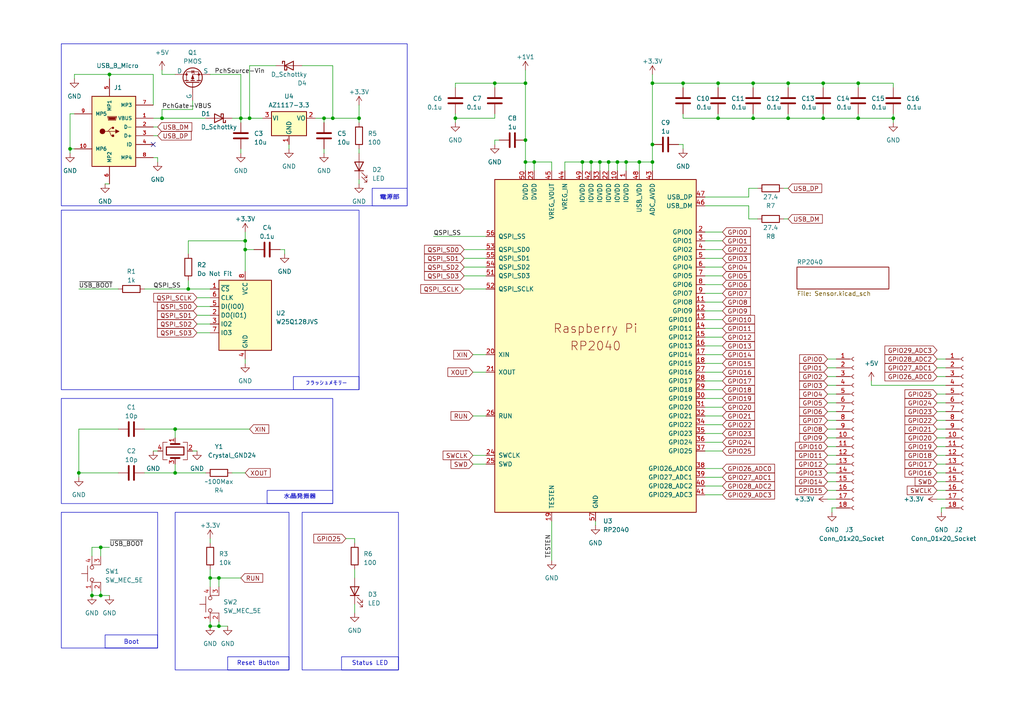
<source format=kicad_sch>
(kicad_sch (version 20231120) (generator "eeschema") (generator_version "8.0")
  (paper "A4")
  (junction (at 63.5 181.61))
  (junction (at 168.91 46.99))
  (junction (at 208.28 34.29))
  (junction (at 69.85 34.29))
  (junction (at 60.96 181.61))
  (junction (at 181.61 46.99))
  (junction (at 189.23 41.91))
  (junction (at 46.99 34.29))
  (junction (at 248.92 34.29))
  (junction (at 50.8 124.46))
  (junction (at 152.4 40.64))
  (junction (at 152.4 46.99))
  (junction (at 176.53 46.99))
  (junction (at 185.42 46.99))
  (junction (at 173.99 46.99))
  (junction (at 154.94 46.99))
  (junction (at 50.8 137.16))
  (junction (at 63.5 167.64))
  (junction (at 29.21 172.72))
  (junction (at 132.08 34.29))
  (junction (at 198.12 24.13))
  (junction (at 259.08 34.29))
  (junction (at 60.96 167.64))
  (junction (at 143.51 24.13))
  (junction (at 31.75 21.59))
  (junction (at 248.92 24.13))
  (junction (at 29.21 158.75))
  (junction (at 22.86 137.16))
  (junction (at 218.44 24.13))
  (junction (at 71.12 72.39))
  (junction (at 71.12 69.85))
  (junction (at 189.23 46.99))
  (junction (at 238.76 34.29))
  (junction (at 179.07 46.99))
  (junction (at 104.14 34.29))
  (junction (at 238.76 24.13))
  (junction (at 171.45 46.99))
  (junction (at 54.61 83.82))
  (junction (at 96.52 34.29))
  (junction (at 208.28 24.13))
  (junction (at 228.6 34.29))
  (junction (at 20.32 43.18))
  (junction (at 152.4 24.13))
  (junction (at 218.44 34.29))
  (junction (at 93.98 34.29))
  (junction (at 26.67 172.72))
  (junction (at 189.23 24.13))
  (junction (at 72.39 34.29))
  (junction (at 228.6 24.13))
  (no_connect (at 44.45 41.91))
  (wire (pts (xy 204.47 135.89) (xy 209.55 135.89)))
  (wire (pts (xy 259.08 34.29) (xy 259.08 35.56)))
  (wire (pts (xy 238.76 34.29) (xy 248.92 34.29)))
  (wire (pts (xy 44.45 45.72) (xy 45.72 45.72)))
  (wire (pts (xy 31.75 172.72) (xy 29.21 172.72)))
  (wire (pts (xy 72.39 19.05) (xy 80.01 19.05)))
  (wire (pts (xy 57.15 96.52) (xy 60.96 96.52)))
  (wire (pts (xy 50.8 134.62) (xy 50.8 137.16)))
  (wire (pts (xy 137.16 107.95) (xy 140.97 107.95)))
  (wire (pts (xy 204.47 92.71) (xy 209.55 92.71)))
  (wire (pts (xy 204.47 80.01) (xy 209.55 80.01)))
  (wire (pts (xy 240.03 129.54) (xy 242.57 129.54)))
  (wire (pts (xy 208.28 24.13) (xy 218.44 24.13)))
  (wire (pts (xy 173.99 46.99) (xy 176.53 46.99)))
  (wire (pts (xy 31.75 158.75) (xy 29.21 158.75)))
  (wire (pts (xy 54.61 69.85) (xy 71.12 69.85)))
  (wire (pts (xy 50.8 21.59) (xy 46.99 21.59)))
  (wire (pts (xy 168.91 46.99) (xy 168.91 49.53)))
  (wire (pts (xy 63.5 170.18) (xy 63.5 167.64)))
  (wire (pts (xy 189.23 24.13) (xy 198.12 24.13)))
  (wire (pts (xy 218.44 24.13) (xy 228.6 24.13)))
  (wire (pts (xy 71.12 72.39) (xy 71.12 78.74)))
  (wire (pts (xy 172.72 151.13) (xy 172.72 152.4)))
  (wire (pts (xy 208.28 34.29) (xy 218.44 34.29)))
  (wire (pts (xy 60.96 167.64) (xy 60.96 170.18)))
  (wire (pts (xy 60.96 181.61) (xy 63.5 181.61)))
  (wire (pts (xy 104.14 35.56) (xy 104.14 34.29)))
  (wire (pts (xy 185.42 46.99) (xy 189.23 46.99)))
  (wire (pts (xy 91.44 34.29) (xy 93.98 34.29)))
  (wire (pts (xy 241.3 147.32) (xy 241.3 148.59)))
  (wire (pts (xy 240.03 119.38) (xy 242.57 119.38)))
  (wire (pts (xy 248.92 33.02) (xy 248.92 34.29)))
  (wire (pts (xy 137.16 102.87) (xy 140.97 102.87)))
  (wire (pts (xy 204.47 140.97) (xy 209.55 140.97)))
  (wire (pts (xy 240.03 132.08) (xy 242.57 132.08)))
  (wire (pts (xy 20.32 43.18) (xy 20.32 44.45)))
  (wire (pts (xy 198.12 34.29) (xy 208.28 34.29)))
  (wire (pts (xy 204.47 72.39) (xy 209.55 72.39)))
  (wire (pts (xy 204.47 123.19) (xy 209.55 123.19)))
  (wire (pts (xy 41.91 83.82) (xy 54.61 83.82)))
  (wire (pts (xy 271.78 109.22) (xy 274.32 109.22)))
  (wire (pts (xy 143.51 24.13) (xy 143.51 25.4)))
  (wire (pts (xy 71.12 69.85) (xy 71.12 72.39)))
  (wire (pts (xy 240.03 121.92) (xy 242.57 121.92)))
  (wire (pts (xy 54.61 69.85) (xy 54.61 73.66)))
  (wire (pts (xy 50.8 137.16) (xy 59.69 137.16)))
  (wire (pts (xy 240.03 106.68) (xy 242.57 106.68)))
  (wire (pts (xy 69.85 34.29) (xy 69.85 21.59)))
  (wire (pts (xy 208.28 24.13) (xy 208.28 25.4)))
  (wire (pts (xy 26.67 158.75) (xy 29.21 158.75)))
  (wire (pts (xy 44.45 34.29) (xy 46.99 34.29)))
  (wire (pts (xy 204.47 107.95) (xy 209.55 107.95)))
  (wire (pts (xy 242.57 147.32) (xy 241.3 147.32)))
  (wire (pts (xy 240.03 142.24) (xy 242.57 142.24)))
  (wire (pts (xy 137.16 120.65) (xy 140.97 120.65)))
  (wire (pts (xy 240.03 104.14) (xy 242.57 104.14)))
  (wire (pts (xy 271.78 127) (xy 274.32 127)))
  (wire (pts (xy 152.4 24.13) (xy 152.4 40.64)))
  (wire (pts (xy 204.47 138.43) (xy 209.55 138.43)))
  (wire (pts (xy 44.45 130.81) (xy 45.72 130.81)))
  (wire (pts (xy 271.78 114.3) (xy 274.32 114.3)))
  (wire (pts (xy 196.85 41.91) (xy 198.12 41.91)))
  (wire (pts (xy 154.94 46.99) (xy 160.02 46.99)))
  (wire (pts (xy 228.6 54.61) (xy 227.33 54.61)))
  (wire (pts (xy 31.75 21.59) (xy 21.59 21.59)))
  (wire (pts (xy 228.6 63.5) (xy 227.33 63.5)))
  (wire (pts (xy 72.39 34.29) (xy 72.39 19.05)))
  (wire (pts (xy 67.31 34.29) (xy 69.85 34.29)))
  (wire (pts (xy 219.71 54.61) (xy 217.17 54.61)))
  (wire (pts (xy 134.62 77.47) (xy 140.97 77.47)))
  (wire (pts (xy 189.23 46.99) (xy 189.23 49.53)))
  (wire (pts (xy 176.53 46.99) (xy 179.07 46.99)))
  (wire (pts (xy 102.87 165.1) (xy 102.87 167.64)))
  (wire (pts (xy 271.78 142.24) (xy 274.32 142.24)))
  (wire (pts (xy 204.47 130.81) (xy 209.55 130.81)))
  (wire (pts (xy 132.08 34.29) (xy 143.51 34.29)))
  (wire (pts (xy 271.78 129.54) (xy 274.32 129.54)))
  (wire (pts (xy 29.21 172.72) (xy 26.67 172.72)))
  (wire (pts (xy 204.47 143.51) (xy 209.55 143.51)))
  (wire (pts (xy 69.85 34.29) (xy 72.39 34.29)))
  (wire (pts (xy 152.4 46.99) (xy 152.4 49.53)))
  (wire (pts (xy 93.98 34.29) (xy 96.52 34.29)))
  (wire (pts (xy 240.03 109.22) (xy 242.57 109.22)))
  (wire (pts (xy 173.99 46.99) (xy 173.99 49.53)))
  (wire (pts (xy 57.15 93.98) (xy 60.96 93.98)))
  (wire (pts (xy 168.91 46.99) (xy 171.45 46.99)))
  (wire (pts (xy 171.45 46.99) (xy 171.45 49.53)))
  (wire (pts (xy 143.51 33.02) (xy 143.51 34.29)))
  (wire (pts (xy 218.44 24.13) (xy 218.44 25.4)))
  (wire (pts (xy 22.86 138.43) (xy 22.86 137.16)))
  (wire (pts (xy 21.59 33.02) (xy 20.32 33.02)))
  (wire (pts (xy 273.05 147.32) (xy 273.05 148.59)))
  (wire (pts (xy 271.78 139.7) (xy 274.32 139.7)))
  (wire (pts (xy 67.31 137.16) (xy 71.12 137.16)))
  (wire (pts (xy 63.5 167.64) (xy 69.85 167.64)))
  (wire (pts (xy 132.08 34.29) (xy 132.08 35.56)))
  (wire (pts (xy 72.39 34.29) (xy 76.2 34.29)))
  (wire (pts (xy 132.08 25.4) (xy 132.08 24.13)))
  (wire (pts (xy 46.99 21.59) (xy 46.99 20.32)))
  (wire (pts (xy 204.47 105.41) (xy 209.55 105.41)))
  (wire (pts (xy 82.55 72.39) (xy 82.55 73.66)))
  (wire (pts (xy 26.67 171.45) (xy 26.67 172.72)))
  (wire (pts (xy 248.92 34.29) (xy 259.08 34.29)))
  (wire (pts (xy 271.78 134.62) (xy 274.32 134.62)))
  (wire (pts (xy 218.44 33.02) (xy 218.44 34.29)))
  (wire (pts (xy 134.62 74.93) (xy 140.97 74.93)))
  (wire (pts (xy 143.51 41.91) (xy 143.51 40.64)))
  (wire (pts (xy 238.76 24.13) (xy 248.92 24.13)))
  (wire (pts (xy 29.21 171.45) (xy 29.21 172.72)))
  (wire (pts (xy 104.14 30.48) (xy 104.14 34.29)))
  (wire (pts (xy 204.47 87.63) (xy 209.55 87.63)))
  (wire (pts (xy 152.4 40.64) (xy 152.4 46.99)))
  (wire (pts (xy 160.02 49.53) (xy 160.02 46.99)))
  (wire (pts (xy 30.48 53.34) (xy 31.75 53.34)))
  (wire (pts (xy 204.47 110.49) (xy 209.55 110.49)))
  (wire (pts (xy 60.96 156.21) (xy 60.96 157.48)))
  (wire (pts (xy 171.45 46.99) (xy 173.99 46.99)))
  (wire (pts (xy 198.12 24.13) (xy 208.28 24.13)))
  (wire (pts (xy 31.75 22.86) (xy 31.75 21.59)))
  (wire (pts (xy 96.52 19.05) (xy 96.52 34.29)))
  (wire (pts (xy 217.17 59.69) (xy 217.17 63.5)))
  (wire (pts (xy 271.78 119.38) (xy 274.32 119.38)))
  (wire (pts (xy 204.47 97.79) (xy 209.55 97.79)))
  (wire (pts (xy 240.03 137.16) (xy 242.57 137.16)))
  (wire (pts (xy 238.76 24.13) (xy 238.76 25.4)))
  (wire (pts (xy 21.59 21.59) (xy 21.59 22.86)))
  (wire (pts (xy 176.53 46.99) (xy 176.53 49.53)))
  (wire (pts (xy 271.78 124.46) (xy 274.32 124.46)))
  (wire (pts (xy 55.88 29.21) (xy 55.88 31.75)))
  (wire (pts (xy 198.12 25.4) (xy 198.12 24.13)))
  (wire (pts (xy 134.62 80.01) (xy 140.97 80.01)))
  (wire (pts (xy 189.23 24.13) (xy 189.23 41.91)))
  (wire (pts (xy 20.32 33.02) (xy 20.32 43.18)))
  (wire (pts (xy 22.86 124.46) (xy 34.29 124.46)))
  (wire (pts (xy 189.23 21.59) (xy 189.23 24.13)))
  (wire (pts (xy 163.83 46.99) (xy 168.91 46.99)))
  (wire (pts (xy 198.12 41.91) (xy 198.12 43.18)))
  (wire (pts (xy 54.61 81.28) (xy 54.61 83.82)))
  (wire (pts (xy 22.86 137.16) (xy 34.29 137.16)))
  (wire (pts (xy 41.91 124.46) (xy 50.8 124.46)))
  (wire (pts (xy 57.15 91.44) (xy 60.96 91.44)))
  (wire (pts (xy 274.32 147.32) (xy 273.05 147.32)))
  (wire (pts (xy 132.08 24.13) (xy 143.51 24.13)))
  (wire (pts (xy 179.07 46.99) (xy 181.61 46.99)))
  (wire (pts (xy 134.62 83.82) (xy 140.97 83.82)))
  (wire (pts (xy 204.47 82.55) (xy 209.55 82.55)))
  (wire (pts (xy 83.82 41.91) (xy 83.82 43.18)))
  (wire (pts (xy 208.28 33.02) (xy 208.28 34.29)))
  (wire (pts (xy 132.08 33.02) (xy 132.08 34.29)))
  (wire (pts (xy 143.51 24.13) (xy 152.4 24.13)))
  (wire (pts (xy 163.83 49.53) (xy 163.83 46.99)))
  (wire (pts (xy 57.15 86.36) (xy 60.96 86.36)))
  (wire (pts (xy 228.6 33.02) (xy 228.6 34.29)))
  (wire (pts (xy 60.96 165.1) (xy 60.96 167.64)))
  (wire (pts (xy 29.21 158.75) (xy 29.21 161.29)))
  (wire (pts (xy 104.14 43.18) (xy 104.14 44.45)))
  (wire (pts (xy 204.47 102.87) (xy 209.55 102.87)))
  (wire (pts (xy 240.03 144.78) (xy 242.57 144.78)))
  (wire (pts (xy 204.47 128.27) (xy 209.55 128.27)))
  (wire (pts (xy 228.6 24.13) (xy 228.6 25.4)))
  (wire (pts (xy 204.47 125.73) (xy 209.55 125.73)))
  (wire (pts (xy 240.03 139.7) (xy 242.57 139.7)))
  (wire (pts (xy 100.33 156.21) (xy 102.87 156.21)))
  (wire (pts (xy 219.71 63.5) (xy 217.17 63.5)))
  (wire (pts (xy 228.6 34.29) (xy 238.76 34.29)))
  (wire (pts (xy 271.78 121.92) (xy 274.32 121.92)))
  (wire (pts (xy 137.16 132.08) (xy 140.97 132.08)))
  (wire (pts (xy 102.87 175.26) (xy 102.87 177.8)))
  (wire (pts (xy 204.47 90.17) (xy 209.55 90.17)))
  (wire (pts (xy 44.45 36.83) (xy 45.72 36.83)))
  (wire (pts (xy 248.92 24.13) (xy 248.92 25.4)))
  (wire (pts (xy 204.47 74.93) (xy 209.55 74.93)))
  (wire (pts (xy 240.03 111.76) (xy 242.57 111.76)))
  (wire (pts (xy 252.73 111.76) (xy 274.32 111.76)))
  (wire (pts (xy 238.76 33.02) (xy 238.76 34.29)))
  (wire (pts (xy 204.47 57.15) (xy 217.17 57.15)))
  (wire (pts (xy 204.47 118.11) (xy 209.55 118.11)))
  (wire (pts (xy 87.63 19.05) (xy 96.52 19.05)))
  (wire (pts (xy 217.17 57.15) (xy 217.17 54.61)))
  (wire (pts (xy 60.96 180.34) (xy 60.96 181.61)))
  (wire (pts (xy 271.78 106.68) (xy 274.32 106.68)))
  (wire (pts (xy 73.66 72.39) (xy 71.12 72.39)))
  (wire (pts (xy 82.55 72.39) (xy 81.28 72.39)))
  (wire (pts (xy 240.03 127) (xy 242.57 127)))
  (wire (pts (xy 46.99 31.75) (xy 46.99 34.29)))
  (wire (pts (xy 26.67 158.75) (xy 26.67 161.29)))
  (wire (pts (xy 204.47 120.65) (xy 209.55 120.65)))
  (wire (pts (xy 137.16 134.62) (xy 140.97 134.62)))
  (wire (pts (xy 96.52 34.29) (xy 104.14 34.29)))
  (wire (pts (xy 160.02 151.13) (xy 160.02 162.56)))
  (wire (pts (xy 60.96 21.59) (xy 69.85 21.59)))
  (wire (pts (xy 185.42 46.99) (xy 185.42 49.53)))
  (wire (pts (xy 44.45 39.37) (xy 45.72 39.37)))
  (wire (pts (xy 204.47 115.57) (xy 209.55 115.57)))
  (wire (pts (xy 54.61 83.82) (xy 60.96 83.82)))
  (wire (pts (xy 50.8 124.46) (xy 72.39 124.46)))
  (wire (pts (xy 204.47 69.85) (xy 209.55 69.85)))
  (wire (pts (xy 204.47 59.69) (xy 217.17 59.69)))
  (wire (pts (xy 41.91 137.16) (xy 50.8 137.16)))
  (wire (pts (xy 22.86 124.46) (xy 22.86 137.16)))
  (wire (pts (xy 50.8 127) (xy 50.8 124.46)))
  (wire (pts (xy 44.45 30.48) (xy 44.45 21.59)))
  (wire (pts (xy 69.85 35.56) (xy 69.85 34.29)))
  (wire (pts (xy 152.4 20.32) (xy 152.4 24.13)))
  (wire (pts (xy 248.92 24.13) (xy 259.08 24.13)))
  (wire (pts (xy 259.08 33.02) (xy 259.08 34.29)))
  (wire (pts (xy 259.08 24.13) (xy 259.08 25.4)))
  (wire (pts (xy 189.23 41.91) (xy 189.23 46.99)))
  (wire (pts (xy 55.88 31.75) (xy 46.99 31.75)))
  (wire (pts (xy 143.51 40.64) (xy 144.78 40.64)))
  (wire (pts (xy 69.85 43.18) (xy 69.85 44.45)))
  (wire (pts (xy 63.5 181.61) (xy 63.5 180.34)))
  (wire (pts (xy 179.07 46.99) (xy 179.07 49.53)))
  (wire (pts (xy 181.61 46.99) (xy 185.42 46.99)))
  (wire (pts (xy 271.78 116.84) (xy 274.32 116.84)))
  (wire (pts (xy 57.15 88.9) (xy 60.96 88.9)))
  (wire (pts (xy 102.87 156.21) (xy 102.87 157.48)))
  (wire (pts (xy 252.73 110.49) (xy 252.73 111.76)))
  (wire (pts (xy 21.59 43.18) (xy 20.32 43.18)))
  (wire (pts (xy 22.86 83.82) (xy 34.29 83.82)))
  (wire (pts (xy 204.47 95.25) (xy 209.55 95.25)))
  (wire (pts (xy 104.14 52.07) (xy 104.14 53.34)))
  (wire (pts (xy 204.47 100.33) (xy 209.55 100.33)))
  (wire (pts (xy 271.78 132.08) (xy 274.32 132.08)))
  (wire (pts (xy 55.88 130.81) (xy 57.15 130.81)))
  (wire (pts (xy 271.78 104.14) (xy 274.32 104.14)))
  (wire (pts (xy 125.73 68.58) (xy 140.97 68.58)))
  (wire (pts (xy 71.12 105.41) (xy 71.12 104.14)))
  (wire (pts (xy 46.99 34.29) (xy 59.69 34.29)))
  (wire (pts (xy 204.47 67.31) (xy 209.55 67.31)))
  (wire (pts (xy 45.72 45.72) (xy 45.72 46.99)))
  (wire (pts (xy 198.12 33.02) (xy 198.12 34.29)))
  (wire (pts (xy 154.94 46.99) (xy 154.94 49.53)))
  (wire (pts (xy 240.03 116.84) (xy 242.57 116.84)))
  (wire (pts (xy 93.98 35.56) (xy 93.98 34.29)))
  (wire (pts (xy 204.47 113.03) (xy 209.55 113.03)))
  (wire (pts (xy 93.98 43.18) (xy 93.98 44.45)))
  (wire (pts (xy 271.78 144.78) (xy 274.32 144.78)))
  (wire (pts (xy 204.47 77.47) (xy 209.55 77.47)))
  (wire (pts (xy 181.61 46.99) (xy 181.61 49.53)))
  (wire (pts (xy 271.78 137.16) (xy 274.32 137.16)))
  (wire (pts (xy 204.47 85.09) (xy 209.55 85.09)))
  (wire (pts (xy 240.03 124.46) (xy 242.57 124.46)))
  (wire (pts (xy 228.6 24.13) (xy 238.76 24.13)))
  (wire (pts (xy 71.12 67.31) (xy 71.12 69.85)))
  (wire (pts (xy 240.03 134.62) (xy 242.57 134.62)))
  (wire (pts (xy 218.44 34.29) (xy 228.6 34.29)))
  (wire (pts (xy 134.62 72.39) (xy 140.97 72.39)))
  (wire (pts (xy 66.04 181.61) (xy 63.5 181.61)))
  (wire (pts (xy 60.96 167.64) (xy 63.5 167.64)))
  (wire (pts (xy 44.45 21.59) (xy 31.75 21.59)))
  (wire (pts (xy 152.4 46.99) (xy 154.94 46.99)))
  (wire (pts (xy 240.03 114.3) (xy 242.57 114.3)))
  (rectangle (start 17.78 12.7) (end 118.11 59.69))
  (rectangle (start 17.78 148.59) (end 45.72 187.96))
  (rectangle (start 17.78 115.57) (end 96.52 146.05))
  (rectangle (start 50.8 148.59) (end 83.82 194.31))
  (rectangle (start 87.63 148.59) (end 115.57 194.31))
  (rectangle (start 17.78 60.96) (end 104.14 113.03))
  (text_box "Boot" (at 30.48 184.15 0) (size 15.24 3.81) (effects (font (size 1.27 1.27))))
  (text_box "Reset Button" (at 66.04 190.5 0) (size 17.78 3.81) (effects (font (size 1.27 1.27)) (justify top)))
  (text_box "水晶発振器" (at 77.47 142.24 0) (size 19.05 3.81) (effects (font (size 1.27 1.27)) (justify top)))
  (text_box "フラッシュメモリー" (at 85.09 109.22 0) (size 19.05 3.81) (effects (font (size 1.27 1.27))))
  (text_box "電源部" (at 107.95 54.61 0) (size 10.16 5.08) (effects (font (size 1.27 1.27))))
  (text_box "Status LED" (at 99.06 190.5 0) (size 16.51 3.81) (effects (font (size 1.27 1.27)) (justify top)))
  (label "PchSource-Vin" (at 62.23 21.59 0))
  (label "QSPI_SS" (at 125.73 68.58 0))
  (label "QSPI_SS" (at 44.45 83.82 0))
  (label "~{USB_BOOT}" (at 22.86 83.82 0))
  (label "TESTEN" (at 160.02 154.94 270))
  (label "PchGate-VBUS" (at 46.99 31.75 0))
  (label "~{USB_BOOT}" (at 31.75 158.75 0))
  (global_label "GPIO22" (shape input) (at 271.78 121.92 180) (property "Intersheetrefs" "${INTERSHEET_REFS}" (effects (hide yes))))
  (global_label "GPIO25" (shape input) (at 100.33 156.21 180) (property "Intersheetrefs" "${INTERSHEET_REFS}" (effects (hide yes))))
  (global_label "GPIO25" (shape input) (at 271.78 114.3 180) (property "Intersheetrefs" "${INTERSHEET_REFS}" (effects (hide yes))))
  (global_label "GPIO28_ADC2" (shape input) (at 209.55 140.97 0) (property "Intersheetrefs" "${INTERSHEET_REFS}" (effects (hide yes))))
  (global_label "GPIO19" (shape input) (at 271.78 129.54 180) (property "Intersheetrefs" "${INTERSHEET_REFS}" (effects (hide yes))))
  (global_label "GPIO24" (shape input) (at 271.78 116.84 180) (property "Intersheetrefs" "${INTERSHEET_REFS}" (effects (hide yes))))
  (global_label "USB_DM" (shape input) (at 228.6 63.5 0) (property "Intersheetrefs" "${INTERSHEET_REFS}" (effects (hide yes))))
  (global_label "GPIO6" (shape input) (at 209.55 82.55 0) (property "Intersheetrefs" "${INTERSHEET_REFS}" (effects (hide yes))))
  (global_label "GPIO15" (shape input) (at 209.55 105.41 0) (property "Intersheetrefs" "${INTERSHEET_REFS}" (effects (hide yes))))
  (global_label "USB_DP" (shape input) (at 45.72 39.37 0) (property "Intersheetrefs" "${INTERSHEET_REFS}" (effects (hide yes))))
  (global_label "QSPI_SD1" (shape input) (at 57.15 91.44 180) (property "Intersheetrefs" "${INTERSHEET_REFS}" (effects (hide yes))))
  (global_label "SWD" (shape input) (at 137.16 134.62 180) (property "Intersheetrefs" "${INTERSHEET_REFS}" (effects (hide yes))))
  (global_label "USB_DM" (shape input) (at 45.72 36.83 0) (property "Intersheetrefs" "${INTERSHEET_REFS}" (effects (hide yes))))
  (global_label "GPIO6" (shape input) (at 240.03 119.38 180) (property "Intersheetrefs" "${INTERSHEET_REFS}" (effects (hide yes))))
  (global_label "GPIO19" (shape input) (at 209.55 115.57 0) (property "Intersheetrefs" "${INTERSHEET_REFS}" (effects (hide yes))))
  (global_label "GPIO1" (shape input) (at 240.03 106.68 180) (property "Intersheetrefs" "${INTERSHEET_REFS}" (effects (hide yes))))
  (global_label "GPIO3" (shape input) (at 240.03 111.76 180) (property "Intersheetrefs" "${INTERSHEET_REFS}" (effects (hide yes))))
  (global_label "GPIO22" (shape input) (at 209.55 123.19 0) (property "Intersheetrefs" "${INTERSHEET_REFS}" (effects (hide yes))))
  (global_label "GPIO1" (shape input) (at 209.55 69.85 0) (property "Intersheetrefs" "${INTERSHEET_REFS}" (effects (hide yes))))
  (global_label "GPIO13" (shape input) (at 209.55 100.33 0) (property "Intersheetrefs" "${INTERSHEET_REFS}" (effects (hide yes))))
  (global_label "GPIO11" (shape input) (at 209.55 95.25 0) (property "Intersheetrefs" "${INTERSHEET_REFS}" (effects (hide yes))))
  (global_label "QSPI_SD3" (shape input) (at 134.62 80.01 180) (property "Intersheetrefs" "${INTERSHEET_REFS}" (effects (hide yes))))
  (global_label "QSPI_SCLK" (shape input) (at 57.15 86.36 180) (property "Intersheetrefs" "${INTERSHEET_REFS}" (effects (hide yes))))
  (global_label "GPIO16" (shape input) (at 209.55 107.95 0) (property "Intersheetrefs" "${INTERSHEET_REFS}" (effects (hide yes))))
  (global_label "GPIO7" (shape input) (at 240.03 121.92 180) (property "Intersheetrefs" "${INTERSHEET_REFS}" (effects (hide yes))))
  (global_label "GPIO29_ADC3" (shape input) (at 209.55 143.51 0) (property "Intersheetrefs" "${INTERSHEET_REFS}" (effects (hide yes))))
  (global_label "GPIO10" (shape input) (at 209.55 92.71 0) (property "Intersheetrefs" "${INTERSHEET_REFS}" (effects (hide yes))))
  (global_label "GPIO20" (shape input) (at 271.78 127 180) (property "Intersheetrefs" "${INTERSHEET_REFS}" (effects (hide yes))))
  (global_label "GPIO7" (shape input) (at 209.55 85.09 0) (property "Intersheetrefs" "${INTERSHEET_REFS}" (effects (hide yes))))
  (global_label "GPIO28_ADC2" (shape input) (at 271.78 104.14 180) (property "Intersheetrefs" "${INTERSHEET_REFS}" (effects (hide yes))))
  (global_label "GPIO18" (shape input) (at 271.78 132.08 180) (property "Intersheetrefs" "${INTERSHEET_REFS}" (effects (hide yes))))
  (global_label "GPIO21" (shape input) (at 209.55 120.65 0) (property "Intersheetrefs" "${INTERSHEET_REFS}" (effects (hide yes))))
  (global_label "GPIO8" (shape input) (at 209.55 87.63 0) (property "Intersheetrefs" "${INTERSHEET_REFS}" (effects (hide yes))))
  (global_label "GPIO26_ADC0" (shape input) (at 209.55 135.89 0) (property "Intersheetrefs" "${INTERSHEET_REFS}" (effects (hide yes))))
  (global_label "GPIO21" (shape input) (at 271.78 124.46 180) (property "Intersheetrefs" "${INTERSHEET_REFS}" (effects (hide yes))))
  (global_label "GPIO20" (shape input) (at 209.55 118.11 0) (property "Intersheetrefs" "${INTERSHEET_REFS}" (effects (hide yes))))
  (global_label "GPIO25" (shape input) (at 209.55 130.81 0) (property "Intersheetrefs" "${INTERSHEET_REFS}" (effects (hide yes))))
  (global_label "SWCLK" (shape input) (at 137.16 132.08 180) (property "Intersheetrefs" "${INTERSHEET_REFS}" (effects (hide yes))))
  (global_label "GPIO8" (shape input) (at 240.03 124.46 180) (property "Intersheetrefs" "${INTERSHEET_REFS}" (effects (hide yes))))
  (global_label "GPIO16" (shape input) (at 271.78 137.16 180) (property "Intersheetrefs" "${INTERSHEET_REFS}" (effects (hide yes))))
  (global_label "GPIO11" (shape input) (at 240.03 132.08 180) (property "Intersheetrefs" "${INTERSHEET_REFS}" (effects (hide yes))))
  (global_label "GPIO12" (shape input) (at 209.55 97.79 0) (property "Intersheetrefs" "${INTERSHEET_REFS}" (effects (hide yes))))
  (global_label "USB_DP" (shape input) (at 228.6 54.61 0) (property "Intersheetrefs" "${INTERSHEET_REFS}" (effects (hide yes))))
  (global_label "XIN" (shape input) (at 137.16 102.87 180) (property "Intersheetrefs" "${INTERSHEET_REFS}" (effects (hide yes))))
  (global_label "QSPI_SD0" (shape input) (at 134.62 72.39 180) (property "Intersheetrefs" "${INTERSHEET_REFS}" (effects (hide yes))))
  (global_label "RUN" (shape input) (at 137.16 120.65 180) (property "Intersheetrefs" "${INTERSHEET_REFS}" (effects (hide yes))))
  (global_label "GPIO12" (shape input) (at 240.03 134.62 180) (property "Intersheetrefs" "${INTERSHEET_REFS}" (effects (hide yes))))
  (global_label "GPIO9" (shape input) (at 240.03 127 180) (property "Intersheetrefs" "${INTERSHEET_REFS}" (effects (hide yes))))
  (global_label "GPIO10" (shape input) (at 240.03 129.54 180) (property "Intersheetrefs" "${INTERSHEET_REFS}" (effects (hide yes))))
  (global_label "GPIO17" (shape input) (at 271.78 134.62 180) (property "Intersheetrefs" "${INTERSHEET_REFS}" (effects (hide yes))))
  (global_label "QSPI_SCLK" (shape input) (at 134.62 83.82 180) (property "Intersheetrefs" "${INTERSHEET_REFS}" (effects (hide yes))))
  (global_label "QSPI_SD2" (shape input) (at 57.15 93.98 180) (property "Intersheetrefs" "${INTERSHEET_REFS}" (effects (hide yes))))
  (global_label "SWCLK" (shape input) (at 271.78 142.24 180) (property "Intersheetrefs" "${INTERSHEET_REFS}" (effects (hide yes))))
  (global_label "GPIO2" (shape input) (at 209.55 72.39 0) (property "Intersheetrefs" "${INTERSHEET_REFS}" (effects (hide yes))))
  (global_label "GPIO15" (shape input) (at 240.03 142.24 180) (property "Intersheetrefs" "${INTERSHEET_REFS}" (effects (hide yes))))
  (global_label "GPIO29_ADC3" (shape input) (at 271.78 101.6 180) (property "Intersheetrefs" "${INTERSHEET_REFS}" (effects (hide yes))))
  (global_label "GPIO27_ADC1" (shape input) (at 271.78 106.68 180) (property "Intersheetrefs" "${INTERSHEET_REFS}" (effects (hide yes))))
  (global_label "GPIO17" (shape input) (at 209.55 110.49 0) (property "Intersheetrefs" "${INTERSHEET_REFS}" (effects (hide yes))))
  (global_label "GPIO24" (shape input) (at 209.55 128.27 0) (property "Intersheetrefs" "${INTERSHEET_REFS}" (effects (hide yes))))
  (global_label "GPIO9" (shape input) (at 209.55 90.17 0) (property "Intersheetrefs" "${INTERSHEET_REFS}" (effects (hide yes))))
  (global_label "GPIO14" (shape input) (at 209.55 102.87 0) (property "Intersheetrefs" "${INTERSHEET_REFS}" (effects (hide yes))))
  (global_label "GPIO23" (shape input) (at 271.78 119.38 180) (property "Intersheetrefs" "${INTERSHEET_REFS}" (effects (hide yes))))
  (global_label "QSPI_SD3" (shape input) (at 57.15 96.52 180) (property "Intersheetrefs" "${INTERSHEET_REFS}" (effects (hide yes))))
  (global_label "GPIO14" (shape input) (at 240.03 139.7 180) (property "Intersheetrefs" "${INTERSHEET_REFS}" (effects (hide yes))))
  (global_label "SWD" (shape input) (at 271.78 139.7 180) (property "Intersheetrefs" "${INTERSHEET_REFS}" (effects (hide yes))))
  (global_label "GPIO4" (shape input) (at 240.03 114.3 180) (property "Intersheetrefs" "${INTERSHEET_REFS}" (effects (hide yes))))
  (global_label "GPIO0" (shape input) (at 240.03 104.14 180) (property "Intersheetrefs" "${INTERSHEET_REFS}" (effects (hide yes))))
  (global_label "GPIO4" (shape input) (at 209.55 77.47 0) (property "Intersheetrefs" "${INTERSHEET_REFS}" (effects (hide yes))))
  (global_label "GPIO23" (shape input) (at 209.55 125.73 0) (property "Intersheetrefs" "${INTERSHEET_REFS}" (effects (hide yes))))
  (global_label "QSPI_SD2" (shape input) (at 134.62 77.47 180) (property "Intersheetrefs" "${INTERSHEET_REFS}" (effects (hide yes))))
  (global_label "GPIO18" (shape input) (at 209.55 113.03 0) (property "Intersheetrefs" "${INTERSHEET_REFS}" (effects (hide yes))))
  (global_label "GPIO27_ADC1" (shape input) (at 209.55 138.43 0) (property "Intersheetrefs" "${INTERSHEET_REFS}" (effects (hide yes))))
  (global_label "GPIO5" (shape input) (at 209.55 80.01 0) (property "Intersheetrefs" "${INTERSHEET_REFS}" (effects (hide yes))))
  (global_label "XIN" (shape input) (at 72.39 124.46 0) (property "Intersheetrefs" "${INTERSHEET_REFS}" (effects (hide yes))))
  (global_label "GPIO26_ADC0" (shape input) (at 271.78 109.22 180) (property "Intersheetrefs" "${INTERSHEET_REFS}" (effects (hide yes))))
  (global_label "GPIO0" (shape input) (at 209.55 67.31 0) (property "Intersheetrefs" "${INTERSHEET_REFS}" (effects (hide yes))))
  (global_label "GPIO3" (shape input) (at 209.55 74.93 0) (property "Intersheetrefs" "${INTERSHEET_REFS}" (effects (hide yes))))
  (global_label "XOUT" (shape input) (at 71.12 137.16 0) (property "Intersheetrefs" "${INTERSHEET_REFS}" (effects (hide yes))))
  (global_label "RUN" (shape input) (at 69.85 167.64 0) (property "Intersheetrefs" "${INTERSHEET_REFS}" (effects (hide yes))))
  (global_label "GPIO5" (shape input) (at 240.03 116.84 180) (property "Intersheetrefs" "${INTERSHEET_REFS}" (effects (hide yes))))
  (global_label "GPIO2" (shape input) (at 240.03 109.22 180) (property "Intersheetrefs" "${INTERSHEET_REFS}" (effects (hide yes))))
  (global_label "QSPI_SD0" (shape input) (at 57.15 88.9 180) (property "Intersheetrefs" "${INTERSHEET_REFS}" (effects (hide yes))))
  (global_label "QSPI_SD1" (shape input) (at 134.62 74.93 180) (property "Intersheetrefs" "${INTERSHEET_REFS}" (effects (hide yes))))
  (global_label "XOUT" (shape input) (at 137.16 107.95 180) (property "Intersheetrefs" "${INTERSHEET_REFS}" (effects (hide yes))))
  (global_label "GPIO13" (shape input) (at 240.03 137.16 180) (property "Intersheetrefs" "${INTERSHEET_REFS}" (effects (hide yes))))
  (symbol (lib_id "power:GND") (at 273.05 148.59 0) (unit 1)
    (property "Reference" "#PWR037" (effects (hide yes)))
    (property "Value" "GND" (at 273.05 153.67 0))
  )
  (symbol (lib_id "power:GND") (at 26.67 172.72 0) (unit 1)
    (property "Reference" "#PWR03" (effects (hide yes)))
    (property "Value" "GND" (at 26.67 177.8 0))
  )
  (symbol (lib_id "power:+3.3V") (at 271.78 144.78 90) (unit 1)
    (property "Reference" "#PWR030" (effects (hide yes)))
    (property "Value" "+3.3V" (at 267.97 144.78 90) (effects (justify left)))
  )
  (symbol (lib_id "power:+3.3V") (at 240.03 144.78 90) (unit 1)
    (property "Reference" "#PWR034" (effects (hide yes)))
    (property "Value" "+3.3V" (at 236.22 144.78 90) (effects (justify left)))
  )
  (symbol (lib_id "Device:C") (at 69.85 39.37 0) (unit 1)
    (property "Reference" "C3" (at 73.66 38.735 0) (effects (justify left)))
    (property "Value" "10u" (at 73.66 41.275 0) (effects (justify left)))
    (property "Footprint" "Capacitor_SMD:C_0805_2012Metric_Pad1.18x1.45mm_HandSolder" (effects (hide yes)))
    (property "Datasheet" "https://akizukidenshi.com/download/ds/murata/GRM21BB31E106KA73.pdf" (effects (hide yes)))
  )
  (symbol (lib_id "power:+3.3V") (at 189.23 21.59 0) (unit 1)
    (property "Reference" "#PWR025" (effects (hide yes)))
    (property "Value" "+3.3V" (at 189.23 17.78 0))
  )
  (symbol (lib_id "power:GND") (at 198.12 43.18 0) (unit 1)
    (property "Reference" "#PWR026" (effects (hide yes)))
    (property "Value" "GND" (at 198.12 48.26 0))
  )
  (symbol (lib_id "Connector:Conn_01x18_Socket") (at 279.4 124.46 0) (unit 1)
    (property "Reference" "J2" (at 276.86 153.67 0) (effects (justify left)))
    (property "Value" "Conn_01x20_Socket" (at 264.16 156.21 0) (effects (justify left)))
    (property "Footprint" "Connector_PinSocket_2.54mm:PinSocket_1x18_P2.54mm_Vertical" (effects (hide yes)))
  )
  (symbol (lib_id "Device:D_Schottky") (at 63.5 34.29 180) (unit 1)
    (property "Reference" "D1" (at 59.69 33.02 0))
    (property "Value" "D_Schottky" (at 63.5 36.83 0))
    (property "Footprint" "Diode_SMD:D_SOD-123F" (effects (hide yes)))
    (property "Datasheet" "https://akizukidenshi.com/catalog/g/gI-01398/" (effects (hide yes)))
  )
  (symbol (lib_id "ZX62-B-5PA_33_:ZX62-B-5PA_33_") (at 21.59 30.48 0) (unit 1)
    (property "Reference" "J1" (at 33.02 25.4 0) (effects (justify left)))
    (property "Value" "USB_B_Micro" (at 27.94 19.05 0) (effects (justify left)))
    (property "Footprint" "ZX62-B-5PA(33):ZX62B5PA33" (effects (hide yes)))
    (property "Datasheet" "~https://akizukidenshi.com/download/ds/hirose/zx62.pdf" (effects (hide yes)))
    (property "Description" "\nUSB - micro B USB 2.0 Receptacle Connector 5 Position Surface Mount, Right Angle\n" (effects (hide yes)))
    (property "Purchase-URL" "https://www.snapeda.com/api/url_track_click_mouser/?unipart_id=12289174&manufacturer=Hirose Electric Co Ltd&part_name=ZX62-B-5PA(33)&search_term=zx62-b-5pa(33)" (effects (hide yes)))
  )
  (symbol (lib_id "power:GND") (at 104.14 53.34 0) (unit 1)
    (property "Reference" "#PWR018" (effects (hide yes)))
    (property "Value" "GND" (at 104.14 58.42 0))
  )
  (symbol (lib_id "power:GND") (at 69.85 44.45 0) (unit 1)
    (property "Reference" "#PWR06" (effects (hide yes)))
    (property "Value" "GND" (at 69.85 49.53 0))
  )
  (symbol (lib_id "Memory_Flash:W25Q128JVS") (at 71.12 91.44 0) (unit 1)
    (property "Reference" "U2" (at 80.01 90.805 0) (effects (justify left)))
    (property "Value" "W25Q128JVS" (at 80.01 93.345 0) (effects (justify left)))
    (property "Footprint" "Package_SO:SOIC-8_5.23x5.23mm_P1.27mm" (effects (hide yes)))
    (property "Datasheet" "http://www.winbond.com/resource-files/w25q128jv_dtr%20revc%2003272018%20plus.pdf" (effects (hide yes)))
  )
  (symbol (lib_id "Device:C") (at 208.28 29.21 0) (unit 1)
    (property "Reference" "C11" (at 212.09 28.575 0) (effects (justify left)))
    (property "Value" "0.1u" (at 212.09 31.115 0) (effects (justify left)))
    (property "Footprint" "Capacitor_SMD:C_0603_1608Metric_Pad1.08x0.95mm_HandSolder" (effects (hide yes)))
    (property "Datasheet" "https://akizukidenshi.com/download/ds/murata/GRM188F11H104ZA01.pdf" (effects (hide yes)))
  )
  (symbol (lib_id "power:+1V1") (at 152.4 20.32 0) (unit 1)
    (property "Reference" "#PWR022" (effects (hide yes)))
    (property "Value" "+1V1" (at 152.4 16.51 0))
  )
  (symbol (lib_id "power:GND") (at 143.51 41.91 0) (unit 1)
    (property "Reference" "#PWR021" (effects (hide yes)))
    (property "Value" "GND" (at 143.51 46.99 0))
  )
  (symbol (lib_id "Device:C") (at 148.59 40.64 90) (unit 1)
    (property "Reference" "C8" (at 148.59 34.29 90))
    (property "Value" "1u" (at 148.59 36.83 90))
    (property "Footprint" "Capacitor_SMD:C_0402_1005Metric_Pad0.74x0.62mm_HandSolder" (effects (hide yes)))
    (property "Datasheet" "~https://akizukidenshi.com/download/ds/murata/GRM188R71E105KA12.pdf" (effects (hide yes)))
  )
  (symbol (lib_id "Device:R") (at 223.52 54.61 270) (unit 1)
    (property "Reference" "R7" (at 223.52 59.69 90))
    (property "Value" "27.4" (at 223.52 57.15 90))
    (property "Footprint" "Resistor_SMD:R_0603_1608Metric_Pad0.98x0.95mm_HandSolder" (effects (hide yes)))
    (property "Datasheet" "https://www.sengoku.co.jp/mod/sgk_cart/detail.php?code=EEHD-57FF" (effects (hide yes)))
  )
  (symbol (lib_id "Device:D_Schottky") (at 83.82 19.05 0) (unit 1)
    (property "Reference" "D4" (at 87.63 24.13 0))
    (property "Value" "D_Schottky" (at 83.82 21.59 0))
    (property "Footprint" "Diode_SMD:D_SOD-123F" (effects (hide yes)))
    (property "Datasheet" "https://akizukidenshi.com/catalog/g/gI-01398/" (effects (hide yes)))
  )
  (symbol (lib_id "Device:C") (at 38.1 137.16 270) (unit 1)
    (property "Reference" "C2" (at 38.1 130.81 90))
    (property "Value" "10p" (at 38.1 133.35 90))
    (property "Footprint" "Capacitor_SMD:C_0603_1608Metric_Pad1.08x0.95mm_HandSolder" (effects (hide yes)))
    (property "Datasheet" "https://akizukidenshi.com/download/ds/murata/GRM1882C1H100JA01.pdf" (effects (hide yes)))
  )
  (symbol (lib_id "Switch:SW_MEC_5E") (at 63.5 175.26 90) (unit 1)
    (property "Reference" "SW2" (at 64.77 174.625 90) (effects (justify right)))
    (property "Value" "SW_MEC_5E" (at 64.77 177.165 90) (effects (justify right)))
    (property "Footprint" "SKRPACE010:SMT_4.2X3.2_" (effects (hide yes)))
    (property "Datasheet" "http://www.apem.com/int/index.php?controller=attachment&id_attachment=1371" (effects (hide yes)))
  )
  (symbol (lib_id "Device:C") (at 228.6 29.21 0) (unit 1)
    (property "Reference" "C13" (at 232.41 28.575 0) (effects (justify left)))
    (property "Value" "0.1u" (at 232.41 31.115 0) (effects (justify left)))
    (property "Footprint" "Capacitor_SMD:C_0603_1608Metric_Pad1.08x0.95mm_HandSolder" (effects (hide yes)))
    (property "Datasheet" "https://akizukidenshi.com/download/ds/murata/GRM188F11H104ZA01.pdf" (effects (hide yes)))
  )
  (symbol (lib_id "Device:C") (at 218.44 29.21 0) (unit 1)
    (property "Reference" "C12" (at 222.25 28.575 0) (effects (justify left)))
    (property "Value" "0.1u" (at 222.25 31.115 0) (effects (justify left)))
    (property "Footprint" "Capacitor_SMD:C_0603_1608Metric_Pad1.08x0.95mm_HandSolder" (effects (hide yes)))
    (property "Datasheet" "https://akizukidenshi.com/download/ds/murata/GRM188F11H104ZA01.pdf" (effects (hide yes)))
  )
  (symbol (lib_id "Regulator_Linear:AZ1117-3.3") (at 83.82 34.29 0) (unit 1)
    (property "Reference" "U4" (at 83.82 27.94 0))
    (property "Value" "AZ1117-3.3" (at 83.82 30.48 0))
    (property "Footprint" "Package_TO_SOT_SMD:SOT-223" (effects (hide yes)))
    (property "Datasheet" "https://www.diodes.com/assets/Datasheets/AZ1117.pdf" (effects (hide yes)))
    (property "Description" "1A 20V Fixed LDO Linear Regulator, 3.3V, SOT-89/SOT-223/TO-220/TO-252/TO-263" (effects (hide yes)))
  )
  (symbol (lib_id "Device:C") (at 38.1 124.46 270) (unit 1)
    (property "Reference" "C1" (at 38.1 118.11 90))
    (property "Value" "10p" (at 38.1 120.65 90))
    (property "Footprint" "Capacitor_SMD:C_0603_1608Metric_Pad1.08x0.95mm_HandSolder" (effects (hide yes)))
    (property "Datasheet" "https://akizukidenshi.com/download/ds/murata/GRM1882C1H100JA01.pdf" (effects (hide yes)))
  )
  (symbol (lib_id "Device:R") (at 104.14 39.37 0) (unit 1)
    (property "Reference" "R5" (at 106.68 38.735 0) (effects (justify left)))
    (property "Value" "100" (at 106.68 41.275 0) (effects (justify left)))
    (property "Footprint" "Resistor_SMD:R_0603_1608Metric_Pad0.98x0.95mm_HandSolder" (effects (hide yes)))
  )
  (symbol (lib_id "power:GND") (at 22.86 138.43 0) (unit 1)
    (property "Reference" "#PWR01" (effects (hide yes)))
    (property "Value" "GND" (at 22.86 143.51 0))
  )
  (symbol (lib_id "Device:R") (at 60.96 161.29 0) (unit 1)
    (property "Reference" "R3" (at 63.5 160.655 0) (effects (justify left)))
    (property "Value" "10k" (at 63.5 163.195 0) (effects (justify left)))
    (property "Footprint" "Resistor_SMD:R_0603_1608Metric_Pad0.98x0.95mm_HandSolder" (effects (hide yes)))
  )
  (symbol (lib_id "power:GND") (at 31.75 172.72 0) (unit 1)
    (property "Reference" "#PWR04" (effects (hide yes)))
    (property "Value" "GND" (at 31.75 177.8 0))
  )
  (symbol (lib_id "power:GND") (at 20.32 44.45 0) (unit 1)
    (property "Reference" "#PWR031" (effects (hide yes)))
    (property "Value" "GND" (at 20.32 49.53 0))
  )
  (symbol (lib_id "Device:C") (at 77.47 72.39 270) (unit 1)
    (property "Reference" "C4" (at 77.47 66.04 90))
    (property "Value" "0.1u" (at 77.47 68.58 90))
    (property "Footprint" "Capacitor_SMD:C_0603_1608Metric_Pad1.08x0.95mm_HandSolder" (effects (hide yes)))
    (property "Datasheet" "https://akizukidenshi.com/download/ds/murata/GRM188F11H104ZA01.pdf" (effects (hide yes)))
  )
  (symbol (lib_id "Device:C") (at 259.08 29.21 0) (unit 1)
    (property "Reference" "C16" (at 262.89 28.575 0) (effects (justify left)))
    (property "Value" "0.1u" (at 262.89 31.115 0) (effects (justify left)))
    (property "Footprint" "Capacitor_SMD:C_0603_1608Metric_Pad1.08x0.95mm_HandSolder" (effects (hide yes)))
    (property "Datasheet" "https://akizukidenshi.com/download/ds/murata/GRM188F11H104ZA01.pdf" (effects (hide yes)))
  )
  (symbol (lib_id "power:GND") (at 57.15 130.81 0) (unit 1)
    (property "Reference" "#PWR08" (effects (hide yes)))
    (property "Value" "GND" (at 57.15 135.89 0))
  )
  (symbol (lib_id "power:+3.3V") (at 71.12 67.31 0) (unit 1)
    (property "Reference" "#PWR013" (effects (hide yes)))
    (property "Value" "+3.3V" (at 71.12 63.5 0))
  )
  (symbol (lib_id "Device:R") (at 38.1 83.82 90) (unit 1)
    (property "Reference" "R1" (at 38.1 78.74 90))
    (property "Value" "1k" (at 38.1 81.28 90))
    (property "Footprint" "Resistor_SMD:R_0603_1608Metric_Pad0.98x0.95mm_HandSolder" (effects (hide yes)))
  )
  (symbol (lib_id "Device:LED") (at 104.14 48.26 90) (unit 1)
    (property "Reference" "D2" (at 107.95 49.2125 90) (effects (justify right)))
    (property "Value" "LED" (at 107.95 51.7525 90) (effects (justify right)))
    (property "Footprint" "LED_SMD:LED_0603_1608Metric_Pad1.05x0.95mm_HandSolder" (effects (hide yes)))
  )
  (symbol (lib_id "Device:C") (at 143.51 29.21 0) (mirror x) (unit 1)
    (property "Reference" "C7" (at 139.7 28.575 0) (effects (justify right)))
    (property "Value" "0.1u" (at 139.7 31.115 0) (effects (justify right)))
    (property "Footprint" "Capacitor_SMD:C_0603_1608Metric_Pad1.08x0.95mm_HandSolder" (effects (hide yes)))
    (property "Datasheet" "https://akizukidenshi.com/download/ds/murata/GRM188F11H104ZA01.pdf" (effects (hide yes)))
  )
  (symbol (lib_id "Device:Crystal_GND24") (at 50.8 130.81 270) (unit 1)
    (property "Reference" "Y1" (at 63.5 129.54 90))
    (property "Value" "Crystal_GND24" (at 67.31 132.08 90))
    (property "Footprint" "Crystal:Crystal_SMD_SeikoEpson_FA238V-4Pin_3.2x2.5mm" (effects (hide yes)))
    (property "Datasheet" "https://akizukidenshi.com/catalog/g/gP-05225/" (effects (hide yes)))
  )
  (symbol (lib_id "Device:C") (at 238.76 29.21 0) (unit 1)
    (property "Reference" "C14" (at 242.57 28.575 0) (effects (justify left)))
    (property "Value" "0.1u" (at 242.57 31.115 0) (effects (justify left)))
    (property "Footprint" "Capacitor_SMD:C_0603_1608Metric_Pad1.08x0.95mm_HandSolder" (effects (hide yes)))
    (property "Datasheet" "https://akizukidenshi.com/download/ds/murata/GRM188F11H104ZA01.pdf" (effects (hide yes)))
  )
  (symbol (lib_id "power:GND") (at 82.55 73.66 0) (unit 1)
    (property "Reference" "#PWR016" (effects (hide yes)))
    (property "Value" "GND" (at 82.55 78.74 0))
  )
  (symbol (lib_id "Simulation_SPICE:PMOS") (at 55.88 24.13 90) (unit 1)
    (property "Reference" "Q1" (at 55.88 15.24 90))
    (property "Value" "PMOS" (at 55.88 17.78 90))
    (property "Footprint" "AO3415A:SOT-23" (effects (hide yes)))
    (property "Datasheet" "https://ngspice.sourceforge.io/docs/ngspice-manual.pdf" (effects (hide yes)))
    (property "Sim.Device" "PMOS" (effects (hide yes)))
    (property "Sim.Type" "VDMOS" (effects (hide yes)))
    (property "Sim.Pins" "1=D 2=G 3=S" (effects (hide yes)))
  )
  (symbol (lib_id "power:GND") (at 241.3 148.59 0) (unit 1)
    (property "Reference" "#PWR035" (effects (hide yes)))
    (property "Value" "GND" (at 241.3 153.67 0))
  )
  (symbol (lib_id "MCU_RaspberryPi_RP2040:RP2040") (at 172.72 100.33 0) (unit 1)
    (property "Reference" "U3" (at 174.9141 151.13 0) (effects (justify left)))
    (property "Value" "RP2040" (at 174.9141 153.67 0) (effects (justify left)))
    (property "Footprint" "RP2040_minimal:RP2040-QFN-56" (effects (hide yes)))
    (property "Datasheet" "https://datasheets.raspberrypi.com/rp2040/rp2040-datasheet.pdf" (effects (hide yes)))
  )
  (symbol (lib_id "Device:C") (at 193.04 41.91 90) (unit 1)
    (property "Reference" "C9" (at 193.04 35.56 90))
    (property "Value" "1u" (at 193.04 38.1 90))
    (property "Footprint" "Capacitor_SMD:C_0402_1005Metric_Pad0.74x0.62mm_HandSolder" (effects (hide yes)))
    (property "Datasheet" "~https://akizukidenshi.com/download/ds/murata/GRM188R71E105KA12.pdf" (effects (hide yes)))
  )
  (symbol (lib_id "Device:LED") (at 102.87 171.45 90) (unit 1)
    (property "Reference" "D3" (at 106.68 172.4025 90) (effects (justify right)))
    (property "Value" "LED" (at 106.68 174.9425 90) (effects (justify right)))
    (property "Footprint" "LED_SMD:LED_0603_1608Metric_Pad1.05x0.95mm_HandSolder" (effects (hide yes)))
  )
  (symbol (lib_id "power:+5V") (at 46.99 20.32 0) (unit 1)
    (property "Reference" "#PWR07" (effects (hide yes)))
    (property "Value" "+5V" (at 46.99 15.24 0))
  )
  (symbol (lib_id "power:+3.3V") (at 60.96 156.21 0) (unit 1)
    (property "Reference" "#PWR09" (effects (hide yes)))
    (property "Value" "+3.3V" (at 60.96 152.4 0))
  )
  (symbol (lib_id "power:+5V") (at 252.73 110.49 0) (unit 1)
    (property "Reference" "#PWR036" (effects (hide yes)))
    (property "Value" "+5V" (at 252.73 105.41 0))
  )
  (symbol (lib_id "power:GND") (at 66.04 181.61 0) (unit 1)
    (property "Reference" "#PWR011" (effects (hide yes)))
    (property "Value" "GND" (at 66.04 186.69 0))
  )
  (symbol (lib_id "power:+3.3V") (at 104.14 30.48 0) (unit 1)
    (property "Reference" "#PWR017" (effects (hide yes)))
    (property "Value" "+3.3V" (at 104.14 26.67 0))
  )
  (symbol (lib_id "power:GND") (at 102.87 177.8 0) (unit 1)
    (property "Reference" "#PWR019" (effects (hide yes)))
    (property "Value" "GND" (at 102.87 182.88 0))
  )
  (symbol (lib_id "power:GND") (at 30.48 53.34 0) (unit 1)
    (property "Reference" "#PWR02" (effects (hide yes)))
    (property "Value" "GND" (at 30.48 58.42 0))
  )
  (symbol (lib_id "Device:C") (at 132.08 29.21 0) (mirror x) (unit 1)
    (property "Reference" "C6" (at 128.27 28.575 0) (effects (justify right)))
    (property "Value" "0.1u" (at 128.27 31.115 0) (effects (justify right)))
    (property "Footprint" "Capacitor_SMD:C_0603_1608Metric_Pad1.08x0.95mm_HandSolder" (effects (hide yes)))
    (property "Datasheet" "https://akizukidenshi.com/download/ds/murata/GRM188F11H104ZA01.pdf" (effects (hide yes)))
  )
  (symbol (lib_id "power:GND") (at 259.08 35.56 0) (unit 1)
    (property "Reference" "#PWR027" (effects (hide yes)))
    (property "Value" "GND" (at 259.08 40.64 0))
  )
  (symbol (lib_id "Connector:Conn_01x18_Socket") (at 247.65 124.46 0) (unit 1)
    (property "Reference" "J3" (at 245.11 153.67 0) (effects (justify left)))
    (property "Value" "Conn_01x20_Socket" (at 237.49 156.21 0) (effects (justify left)))
    (property "Footprint" "Connector_PinSocket_2.54mm:PinSocket_1x18_P2.54mm_Vertical" (effects (hide yes)))
  )
  (symbol (lib_id "Device:R") (at 102.87 161.29 0) (unit 1)
    (property "Reference" "R6" (at 105.41 160.655 0) (effects (justify left)))
    (property "Value" "100" (at 105.41 163.195 0) (effects (justify left)))
    (property "Footprint" "Resistor_SMD:R_0603_1608Metric_Pad0.98x0.95mm_HandSolder" (effects (hide yes)))
  )
  (symbol (lib_id "power:GND") (at 44.45 130.81 0) (unit 1)
    (property "Reference" "#PWR05" (effects (hide yes)))
    (property "Value" "GND" (at 44.45 135.89 0))
  )
  (symbol (lib_id "power:GND") (at 160.02 162.56 0) (unit 1)
    (property "Reference" "#PWR023" (effects (hide yes)))
    (property "Value" "GND" (at 160.02 167.64 0))
  )
  (symbol (lib_id "power:GND") (at 21.59 22.86 0) (unit 1)
    (property "Reference" "#PWR032" (effects (hide yes)))
    (property "Value" "GND" (at 21.59 27.94 0))
  )
  (symbol (lib_id "power:GND") (at 71.12 105.41 0) (unit 1)
    (property "Reference" "#PWR014" (effects (hide yes)))
    (property "Value" "GND" (at 71.12 110.49 0))
  )
  (symbol (lib_id "Switch:SW_MEC_5E") (at 29.21 166.37 90) (unit 1)
    (property "Reference" "SW1" (at 30.48 165.735 90) (effects (justify right)))
    (property "Value" "SW_MEC_5E" (at 30.48 168.275 90) (effects (justify right)))
    (property "Footprint" "SKRPACE010:SMT_4.2X3.2_" (effects (hide yes)))
    (property "Datasheet" "http://www.apem.com/int/index.php?controller=attachment&id_attachment=1371" (effects (hide yes)))
  )
  (symbol (lib_id "power:GND") (at 132.08 35.56 0) (unit 1)
    (property "Reference" "#PWR020" (effects (hide yes)))
    (property "Value" "GND" (at 132.08 40.64 0))
  )
  (symbol (lib_id "Device:C") (at 93.98 39.37 0) (unit 1)
    (property "Reference" "C5" (at 97.79 38.735 0) (effects (justify left)))
    (property "Value" "10u" (at 97.79 41.275 0) (effects (justify left)))
    (property "Footprint" "Capacitor_SMD:C_0805_2012Metric_Pad1.18x1.45mm_HandSolder" (effects (hide yes)))
    (property "Datasheet" "https://akizukidenshi.com/download/ds/murata/GRM21BB31E106KA73.pdf" (effects (hide yes)))
  )
  (symbol (lib_id "power:GND") (at 172.72 152.4 0) (unit 1)
    (property "Reference" "#PWR024" (effects (hide yes)))
    (property "Value" "GND" (at 172.72 157.48 0))
  )
  (symbol (lib_id "power:GND") (at 60.96 181.61 0) (unit 1)
    (property "Reference" "#PWR010" (effects (hide yes)))
    (property "Value" "GND" (at 60.96 186.69 0))
  )
  (symbol (lib_id "Device:R") (at 223.52 63.5 270) (unit 1)
    (property "Reference" "R8" (at 223.52 68.58 90))
    (property "Value" "27.4" (at 223.52 66.04 90))
    (property "Footprint" "Resistor_SMD:R_0603_1608Metric_Pad0.98x0.95mm_HandSolder" (effects (hide yes)))
    (property "Datasheet" "https://www.sengoku.co.jp/mod/sgk_cart/detail.php?code=EEHD-57FF" (effects (hide yes)))
  )
  (symbol (lib_id "Device:C") (at 248.92 29.21 0) (unit 1)
    (property "Reference" "C15" (at 252.73 28.575 0) (effects (justify left)))
    (property "Value" "0.1u" (at 252.73 31.115 0) (effects (justify left)))
    (property "Footprint" "Capacitor_SMD:C_0603_1608Metric_Pad1.08x0.95mm_HandSolder" (effects (hide yes)))
    (property "Datasheet" "https://akizukidenshi.com/download/ds/murata/GRM188F11H104ZA01.pdf" (effects (hide yes)))
  )
  (symbol (lib_id "Device:R") (at 54.61 77.47 0) (unit 1)
    (property "Reference" "R2" (at 57.15 76.835 0) (effects (justify left)))
    (property "Value" "Do Not Fit" (at 57.15 79.375 0) (effects (justify left)))
    (property "Footprint" "Resistor_SMD:R_0603_1608Metric_Pad0.98x0.95mm_HandSolder" (effects (hide yes)))
  )
  (symbol (lib_id "Device:R") (at 63.5 137.16 90) (unit 1)
    (property "Reference" "R4" (at 63.5 142.24 90))
    (property "Value" "~100Max" (at 63.5 139.7 90))
    (property "Footprint" "Resistor_SMD:R_0603_1608Metric_Pad0.98x0.95mm_HandSolder" (effects (hide yes)))
  )
  (symbol (lib_id "Device:C") (at 198.12 29.21 0) (unit 1)
    (property "Reference" "C10" (at 201.93 28.575 0) (effects (justify left)))
    (property "Value" "0.1u" (at 201.93 31.115 0) (effects (justify left)))
    (property "Footprint" "Capacitor_SMD:C_0603_1608Metric_Pad1.08x0.95mm_HandSolder" (effects (hide yes)))
    (property "Datasheet" "https://akizukidenshi.com/download/ds/murata/GRM188F11H104ZA01.pdf" (effects (hide yes)))
  )
  (symbol (lib_id "power:GND") (at 83.82 43.18 0) (unit 1)
    (property "Reference" "#PWR012" (effects (hide yes)))
    (property "Value" "GND" (at 83.82 48.26 0))
  )
  (symbol (lib_id "power:GND") (at 45.72 46.99 0) (unit 1)
    (property "Reference" "#PWR033" (effects (hide yes)))
    (property "Value" "GND" (at 45.72 52.07 0))
  )
  (symbol (lib_id "power:GND") (at 93.98 44.45 0) (unit 1)
    (property "Reference" "#PWR015" (effects (hide yes)))
    (property "Value" "GND" (at 93.98 49.53 0))
  )
  (sheet (at 231.14 77.47) (size 26.67 6.35) (stroke (width 0.1524))
    (property "Sheetname" "RP2040" (at 231.14 76.7584 0) (effects (justify left bottom)))
    (property "Sheetfile" "Sensor.kicad_sch" (at 231.14 84.4046 0) (effects (justify left top)))
  )
)
</source>
